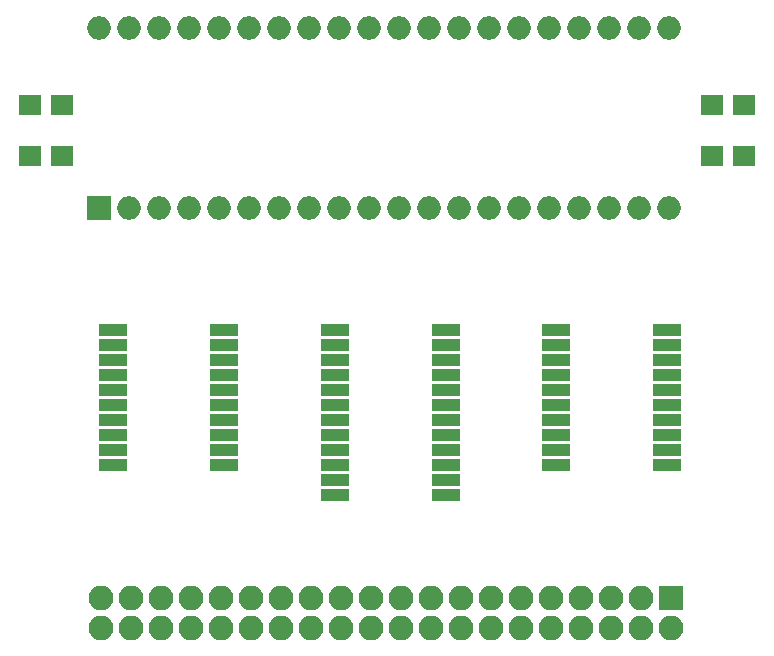
<source format=gbr>
G04 #@! TF.FileFunction,Soldermask,Top*
%FSLAX46Y46*%
G04 Gerber Fmt 4.6, Leading zero omitted, Abs format (unit mm)*
G04 Created by KiCad (PCBNEW 4.0.7) date 08/27/18 14:38:30*
%MOMM*%
%LPD*%
G01*
G04 APERTURE LIST*
%ADD10C,0.100000*%
%ADD11R,2.100000X2.100000*%
%ADD12O,2.100000X2.100000*%
%ADD13R,1.900000X1.700000*%
%ADD14R,2.000000X2.000000*%
%ADD15O,2.000000X2.000000*%
%ADD16R,2.400000X1.000000*%
%ADD17R,2.350000X1.000000*%
G04 APERTURE END LIST*
D10*
D11*
X149454000Y-112878000D03*
D12*
X149454000Y-115418000D03*
X146914000Y-112878000D03*
X146914000Y-115418000D03*
X144374000Y-112878000D03*
X144374000Y-115418000D03*
X141834000Y-112878000D03*
X141834000Y-115418000D03*
X139294000Y-112878000D03*
X139294000Y-115418000D03*
X136754000Y-112878000D03*
X136754000Y-115418000D03*
X134214000Y-112878000D03*
X134214000Y-115418000D03*
X131674000Y-112878000D03*
X131674000Y-115418000D03*
X129134000Y-112878000D03*
X129134000Y-115418000D03*
X126594000Y-112878000D03*
X126594000Y-115418000D03*
X124054000Y-112878000D03*
X124054000Y-115418000D03*
X121514000Y-112878000D03*
X121514000Y-115418000D03*
X118974000Y-112878000D03*
X118974000Y-115418000D03*
X116434000Y-112878000D03*
X116434000Y-115418000D03*
X113894000Y-112878000D03*
X113894000Y-115418000D03*
X111354000Y-112878000D03*
X111354000Y-115418000D03*
X108814000Y-112878000D03*
X108814000Y-115418000D03*
X106274000Y-112878000D03*
X106274000Y-115418000D03*
X103734000Y-112878000D03*
X103734000Y-115418000D03*
X101194000Y-112878000D03*
X101194000Y-115418000D03*
D13*
X95170000Y-75488800D03*
X97870000Y-75488800D03*
X95220800Y-71170800D03*
X97920800Y-71170800D03*
X152980000Y-75488800D03*
X155680000Y-75488800D03*
X152955000Y-71170800D03*
X155655000Y-71170800D03*
D14*
X101079000Y-79832200D03*
D15*
X149339000Y-64592200D03*
X103619000Y-79832200D03*
X146799000Y-64592200D03*
X106159000Y-79832200D03*
X144259000Y-64592200D03*
X108699000Y-79832200D03*
X141719000Y-64592200D03*
X111239000Y-79832200D03*
X139179000Y-64592200D03*
X113779000Y-79832200D03*
X136639000Y-64592200D03*
X116319000Y-79832200D03*
X134099000Y-64592200D03*
X118859000Y-79832200D03*
X131559000Y-64592200D03*
X121399000Y-79832200D03*
X129019000Y-64592200D03*
X123939000Y-79832200D03*
X126479000Y-64592200D03*
X126479000Y-79832200D03*
X123939000Y-64592200D03*
X129019000Y-79832200D03*
X121399000Y-64592200D03*
X131559000Y-79832200D03*
X118859000Y-64592200D03*
X134099000Y-79832200D03*
X116319000Y-64592200D03*
X136639000Y-79832200D03*
X113779000Y-64592200D03*
X139179000Y-79832200D03*
X111239000Y-64592200D03*
X141719000Y-79832200D03*
X108699000Y-64592200D03*
X144259000Y-79832200D03*
X106159000Y-64592200D03*
X146799000Y-79832200D03*
X103619000Y-64592200D03*
X149339000Y-79832200D03*
X101079000Y-64592200D03*
D16*
X121030000Y-90170000D03*
X121030000Y-91440000D03*
X121030000Y-92710000D03*
X121030000Y-93980000D03*
X121030000Y-95250000D03*
X121030000Y-96520000D03*
X121030000Y-97790000D03*
X121030000Y-99060000D03*
X121030000Y-100330000D03*
X121030000Y-101600000D03*
X121030000Y-102870000D03*
X121030000Y-104140000D03*
X130430000Y-104140000D03*
X130430000Y-102870000D03*
X130430000Y-101600000D03*
X130430000Y-100330000D03*
X130430000Y-99060000D03*
X130430000Y-97790000D03*
X130430000Y-96520000D03*
X130430000Y-95250000D03*
X130430000Y-93980000D03*
X130430000Y-92710000D03*
X130430000Y-91440000D03*
X130430000Y-90170000D03*
D17*
X139700000Y-90170000D03*
X139700000Y-91440000D03*
X139700000Y-92710000D03*
X139700000Y-93980000D03*
X139700000Y-95250000D03*
X139700000Y-96520000D03*
X139700000Y-97790000D03*
X139700000Y-99060000D03*
X139700000Y-100330000D03*
X139700000Y-101600000D03*
X149100000Y-101600000D03*
X149100000Y-100330000D03*
X149100000Y-99060000D03*
X149100000Y-97790000D03*
X149100000Y-96520000D03*
X149100000Y-95250000D03*
X149100000Y-93980000D03*
X149100000Y-92710000D03*
X149100000Y-91440000D03*
X149100000Y-90170000D03*
X102234000Y-90170000D03*
X102234000Y-91440000D03*
X102234000Y-92710000D03*
X102234000Y-93980000D03*
X102234000Y-95250000D03*
X102234000Y-96520000D03*
X102234000Y-97790000D03*
X102234000Y-99060000D03*
X102234000Y-100330000D03*
X102234000Y-101600000D03*
X111634000Y-101600000D03*
X111634000Y-100330000D03*
X111634000Y-99060000D03*
X111634000Y-97790000D03*
X111634000Y-96520000D03*
X111634000Y-95250000D03*
X111634000Y-93980000D03*
X111634000Y-92710000D03*
X111634000Y-91440000D03*
X111634000Y-90170000D03*
M02*

</source>
